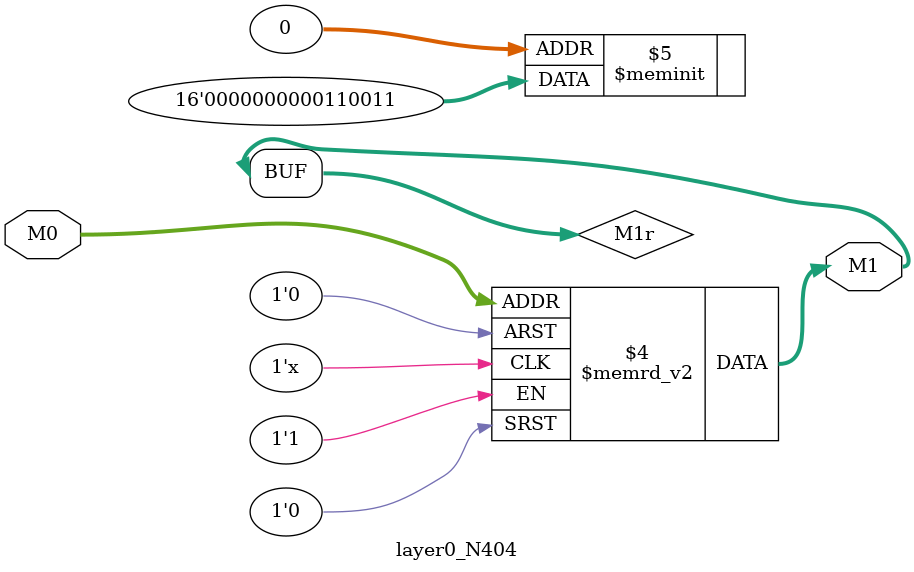
<source format=v>
module layer0_N404 ( input [2:0] M0, output [1:0] M1 );

	(*rom_style = "distributed" *) reg [1:0] M1r;
	assign M1 = M1r;
	always @ (M0) begin
		case (M0)
			3'b000: M1r = 2'b11;
			3'b100: M1r = 2'b00;
			3'b010: M1r = 2'b11;
			3'b110: M1r = 2'b00;
			3'b001: M1r = 2'b00;
			3'b101: M1r = 2'b00;
			3'b011: M1r = 2'b00;
			3'b111: M1r = 2'b00;

		endcase
	end
endmodule

</source>
